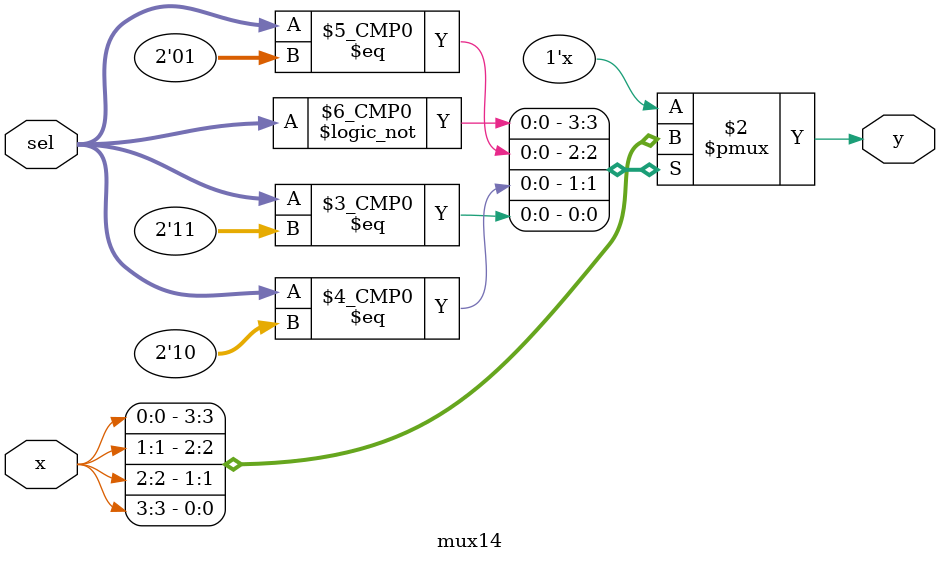
<source format=v>
`timescale 1ns / 1ps
module mux14(sel,x,y
    );
  input [3:0] x;
  input [1:0] sel;
  output y;
  reg y;
  always @(sel)
   case (sel)
		2'b00: y=x[0];
		2'b01: y=x[1];
		2'b10: y=x[2];
		2'b11: y=x[3];
	endcase
endmodule

</source>
